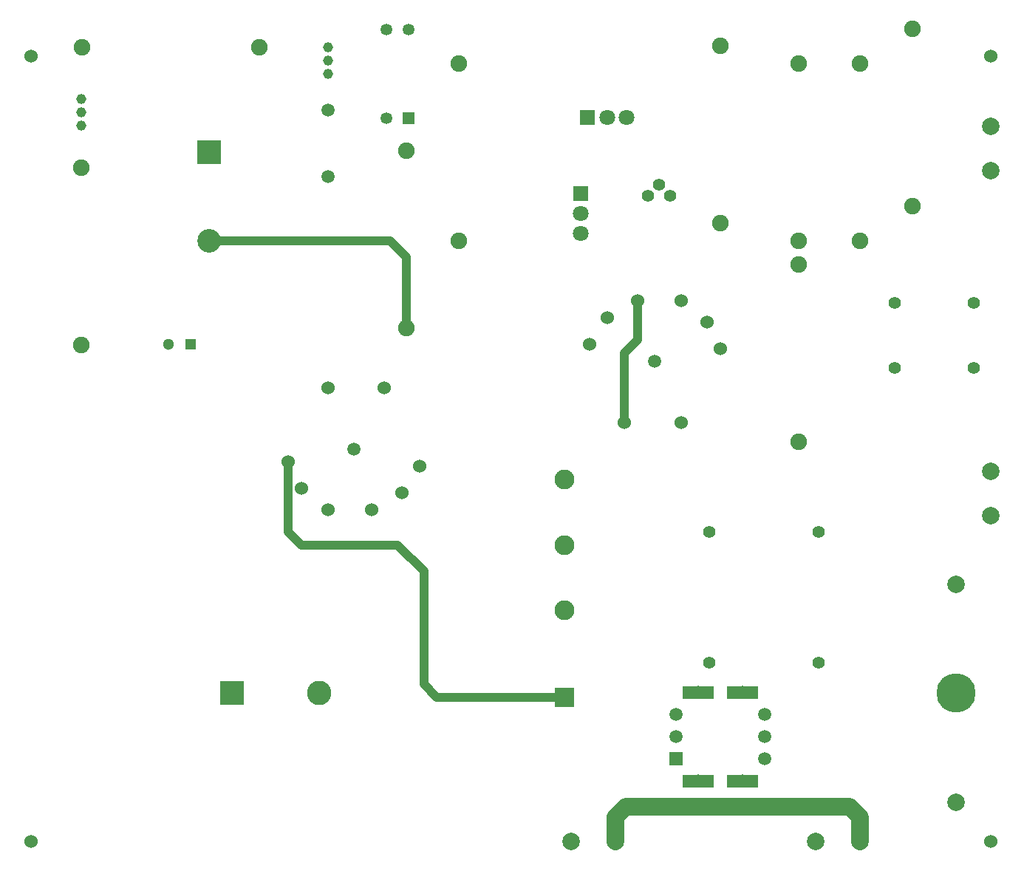
<source format=gbl>
G04*
G04 #@! TF.GenerationSoftware,Altium Limited,Altium Designer,21.6.4 (81)*
G04*
G04 Layer_Physical_Order=2*
G04 Layer_Color=16711680*
%FSLAX44Y44*%
%MOMM*%
G71*
G04*
G04 #@! TF.SameCoordinates,0086CBAF-0D55-4FB9-886D-9C3AAF8982FA*
G04*
G04*
G04 #@! TF.FilePolarity,Positive*
G04*
G01*
G75*
%ADD37C,1.0000*%
%ADD38C,2.0000*%
%ADD39C,1.5240*%
%ADD40C,1.5000*%
%ADD41R,2.2700X2.2700*%
%ADD42C,2.2700*%
%ADD43C,1.4000*%
%ADD44C,1.9000*%
%ADD45C,1.1500*%
%ADD46R,2.7000X2.7000*%
%ADD47C,2.7000*%
%ADD48R,1.3500X1.3500*%
%ADD49C,1.3500*%
%ADD50C,1.5080*%
%ADD51R,1.5080X1.5080*%
%ADD52C,4.5000*%
%ADD53C,2.0000*%
%ADD54C,2.8000*%
%ADD55R,2.8000X2.8000*%
%ADD56C,1.3000*%
%ADD57R,1.3000X1.3000*%
%ADD58R,1.8000X1.8000*%
%ADD59C,1.8000*%
%ADD60R,1.8000X1.8000*%
G36*
X1207900Y126700D02*
X1172900D01*
Y111700D01*
X1207900D01*
Y126700D01*
D02*
G37*
G36*
X1157100D02*
X1122100D01*
Y111700D01*
X1157100D01*
Y126700D01*
D02*
G37*
G36*
X1207900Y228300D02*
X1172900D01*
Y213300D01*
X1207900D01*
Y228300D01*
D02*
G37*
G36*
X1157100D02*
X1122100D01*
Y213300D01*
X1157100D01*
Y228300D01*
D02*
G37*
D37*
X685000Y390000D02*
X669840Y405160D01*
X670000Y485000D02*
X669840Y484840D01*
Y405160D02*
Y484840D01*
X795000Y390000D02*
X685000D01*
X825000Y360000D02*
X795000Y390000D01*
X825000Y230000D02*
Y360000D01*
X986500Y215000D02*
X840000D01*
X825000Y230000D01*
X1055000Y530000D02*
Y610000D01*
X1070000Y625000D02*
Y670000D01*
Y625000D02*
X1055000Y610000D01*
X805000Y638400D02*
Y720000D01*
X786811Y738189D01*
X578674D01*
D38*
X1045000Y50000D02*
Y78284D01*
X1313284Y90000D02*
X1056716D01*
X1045000Y78284D01*
X1325000D02*
X1313284Y90000D01*
X1325000Y50000D02*
Y78284D01*
D39*
X780000Y570000D02*
D03*
X715000D02*
D03*
X820000Y480000D02*
D03*
X800000Y450000D02*
D03*
X765000Y430000D02*
D03*
X715000D02*
D03*
X685000Y455000D02*
D03*
X670000Y485000D02*
D03*
X1055000Y530000D02*
D03*
X1120000D02*
D03*
X1015000Y620000D02*
D03*
X1035000Y650000D02*
D03*
X1070000Y670000D02*
D03*
X1120000D02*
D03*
X1150000Y645000D02*
D03*
X1165000Y615000D02*
D03*
X375000Y50000D02*
D03*
Y950000D02*
D03*
X1475000D02*
D03*
Y50000D02*
D03*
D40*
X745000Y500000D02*
D03*
X1090000Y600000D02*
D03*
X715000Y888100D02*
D03*
Y811900D02*
D03*
D41*
X986500Y215000D02*
D03*
D42*
Y315000D02*
D03*
Y390000D02*
D03*
Y465000D02*
D03*
D43*
X1277500Y255000D02*
D03*
Y405000D02*
D03*
X1152500Y255000D02*
D03*
Y405000D02*
D03*
X1095000Y802700D02*
D03*
X1082300Y790000D02*
D03*
X1107700D02*
D03*
X1365000Y667500D02*
D03*
Y592500D02*
D03*
X1455422Y667500D02*
D03*
Y592500D02*
D03*
D44*
X1255000Y508400D02*
D03*
Y711600D02*
D03*
X1385000Y981600D02*
D03*
Y778400D02*
D03*
X636600Y960000D02*
D03*
X433400D02*
D03*
X432204Y618669D02*
D03*
Y821869D02*
D03*
X1165000Y961600D02*
D03*
Y758400D02*
D03*
X1325000Y941600D02*
D03*
Y738400D02*
D03*
X865000D02*
D03*
Y941600D02*
D03*
X805000Y638400D02*
D03*
Y841600D02*
D03*
X1255000Y738400D02*
D03*
Y941600D02*
D03*
D45*
X432204Y870735D02*
D03*
Y885735D02*
D03*
Y900735D02*
D03*
X715000Y960000D02*
D03*
Y945000D02*
D03*
Y930000D02*
D03*
D46*
X578674Y839789D02*
D03*
D47*
Y738189D02*
D03*
D48*
X807700Y879200D02*
D03*
D49*
X782300D02*
D03*
X807700Y980800D02*
D03*
X782300D02*
D03*
D50*
X1114200Y195400D02*
D03*
X1215800D02*
D03*
X1190400Y220800D02*
D03*
Y119200D02*
D03*
X1139600Y220800D02*
D03*
Y119200D02*
D03*
X1215800Y170000D02*
D03*
X1114200D02*
D03*
X1215800Y144600D02*
D03*
D51*
X1114200D02*
D03*
D52*
X1435000Y220000D02*
D03*
D53*
Y95000D02*
D03*
Y345000D02*
D03*
X1325000Y50000D02*
D03*
X1274200D02*
D03*
X1045000D02*
D03*
X994200D02*
D03*
X1475000Y819200D02*
D03*
Y870000D02*
D03*
Y423800D02*
D03*
Y474600D02*
D03*
D54*
X705000Y220000D02*
D03*
D55*
X605000D02*
D03*
D56*
X532300Y620000D02*
D03*
D57*
X557700D02*
D03*
D58*
X1012200Y880000D02*
D03*
D59*
X1057800D02*
D03*
X1035000D02*
D03*
X1005000Y747200D02*
D03*
Y770000D02*
D03*
D60*
Y792800D02*
D03*
M02*

</source>
